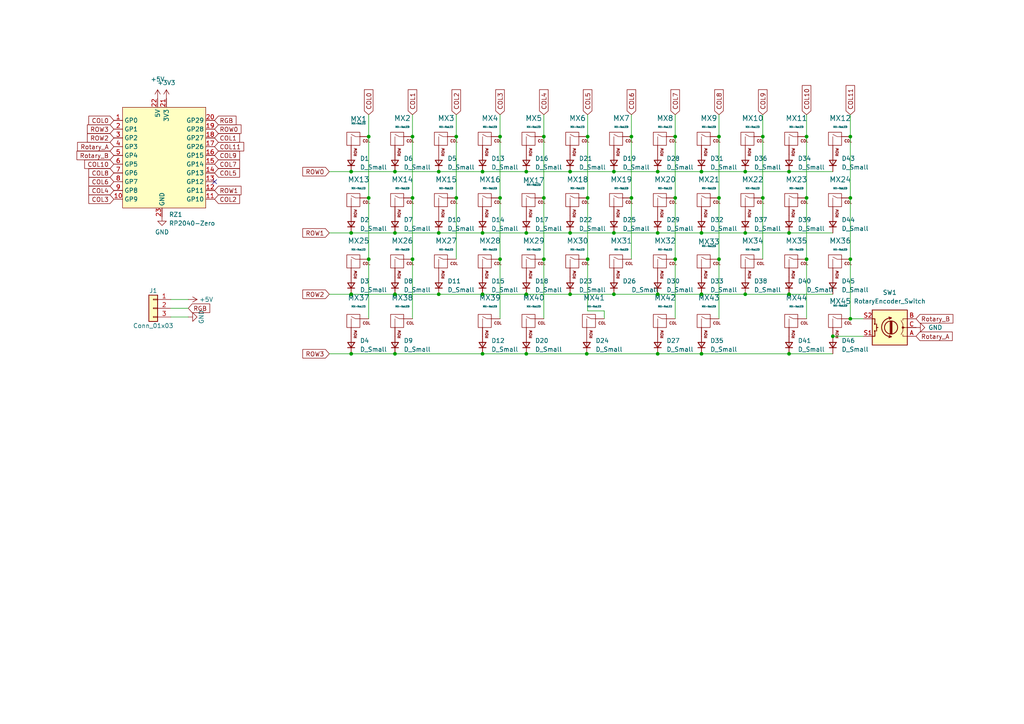
<source format=kicad_sch>
(kicad_sch (version 20211123) (generator eeschema)
  (paper "A4")
  (lib_symbols
    (symbol "Device:D_Small" (pin_numbers hide) (pin_names (offset 0.254) hide)
      (property "Reference" "D" (at -1.27 2.032 0))
      (property "Value" "D_Small" (at -3.81 -2.032 0))
      (symbol "D_Small_0_1"
        (polyline (pts (xy -0.762 -1.016) (xy -0.762 1.016)) (stroke (width 0.254)))
        (polyline (pts (xy -0.762 0) (xy 0.762 0)))
        (polyline (pts (xy 0.762 -1.016) (xy -0.762 0) (xy 0.762 1.016) (xy 0.762 -1.016)) (stroke (width 0.254)))
      )
      (symbol "D_Small_1_1"
        (pin passive line (at -2.54 0 0) (length 1.778) (name "K") (number "1"))
        (pin passive line (at 2.54 0 180) (length 1.778) (name "A") (number "2"))
      )
    )
    (symbol "Device:RotaryEncoder_Switch" (pin_names (offset 0.254) hide)
      (property "Reference" "SW" (at 0 6.604 0))
      (property "Value" "RotaryEncoder_Switch" (at 0 -6.604 0))
      (symbol "RotaryEncoder_Switch_0_1"
        (rectangle (start -5.08 5.08) (end 5.08 -5.08) (stroke (width 0.254)) (fill (type background)))
        (circle (center -3.81 0) (radius 0.254) (fill (type outline)))
        (arc (start -0.381 -2.794) (mid 2.3622 -0.0508) (end -0.381 2.667) (stroke (width 0.254)))
        (circle (center -0.381 0) (radius 1.905) (stroke (width 0.254)))
        (polyline (pts (xy -0.635 -1.778) (xy -0.635 1.778)) (stroke (width 0.254)))
        (polyline (pts (xy -0.381 -1.778) (xy -0.381 1.778)) (stroke (width 0.254)))
        (polyline (pts (xy -0.127 1.778) (xy -0.127 -1.778)) (stroke (width 0.254)))
        (polyline (pts (xy 3.81 0) (xy 3.429 0)) (stroke (width 0.254)))
        (polyline (pts (xy 3.81 1.016) (xy 3.81 -1.016)) (stroke (width 0.254)))
        (polyline (pts (xy -5.08 -2.54) (xy -3.81 -2.54) (xy -3.81 -2.032)))
        (polyline (pts (xy -5.08 2.54) (xy -3.81 2.54) (xy -3.81 2.032)))
        (polyline (pts (xy 0.254 -3.048) (xy -0.508 -2.794) (xy 0.127 -2.413)) (stroke (width 0.254)))
        (polyline (pts (xy 0.254 2.921) (xy -0.508 2.667) (xy 0.127 2.286)) (stroke (width 0.254)))
        (polyline (pts (xy 5.08 -2.54) (xy 4.318 -2.54) (xy 4.318 -1.016)) (stroke (width 0.254)))
        (polyline (pts (xy 5.08 2.54) (xy 4.318 2.54) (xy 4.318 1.016)) (stroke (width 0.254)))
        (polyline (pts (xy -5.08 0) (xy -3.81 0) (xy -3.81 -1.016) (xy -3.302 -2.032)))
        (polyline (pts (xy -4.318 0) (xy -3.81 0) (xy -3.81 1.016) (xy -3.302 2.032)))
        (circle (center 4.318 -1.016) (radius 0.127) (stroke (width 0.254)))
        (circle (center 4.318 1.016) (radius 0.127) (stroke (width 0.254)))
      )
      (symbol "RotaryEncoder_Switch_1_1"
        (pin passive line (at -7.62 2.54 0) (length 2.54) (name "A") (number "A"))
        (pin passive line (at -7.62 -2.54 0) (length 2.54) (name "B") (number "B"))
        (pin passive line (at -7.62 0 0) (length 2.54) (name "C") (number "C"))
        (pin passive line (at 7.62 2.54 180) (length 2.54) (name "S1") (number "S1"))
        (pin passive line (at 7.62 -2.54 180) (length 2.54) (name "S2") (number "S2"))
      )
    )
    (symbol "MX_Alps_Hybrid:MX-NoLED" (pin_names (offset 1.016))
      (property "Reference" "MX" (at -0.635 3.81 0))
      (property "Value" "MX-NoLED" (at -0.635 1.27 0))
      (symbol "MX-NoLED_0_0"
        (rectangle (start -2.54 2.54) (end 1.27 -1.27))
        (polyline (pts (xy -1.27 -1.27) (xy -1.27 1.27)) (stroke (width 0.127)))
        (polyline (pts (xy 1.27 1.27) (xy 0 1.27) (xy -1.27 1.905)) (stroke (width 0.127)))
        (text "COL" (at 3.175 0 0) (effects (font (size 0.762 0.762))))
        (text "ROW" (at 0 -1.905 900) (effects (font (size 0.762 0.762)) (justify right)))
      )
      (symbol "MX-NoLED_1_1"
        (pin passive line (at 3.81 1.27 180) (length 2.54) (name "COL") (number "1"))
        (pin passive line (at -1.27 -3.81 90) (length 2.54) (name "ROW") (number "2"))
      )
    )
    (symbol "alpha_pro_micro-rescue:Conn_01x03" (pin_names (offset 1.016) hide)
      (property "Reference" "J" (at 0 5.08 0))
      (property "Value" "Conn_01x03" (at 0 -5.08 0))
      (symbol "Conn_01x03_1_1"
        (rectangle (start -1.27 -2.413) (end 0 -2.667) (stroke (width 0.1524)))
        (rectangle (start -1.27 0.127) (end 0 -0.127) (stroke (width 0.1524)))
        (rectangle (start -1.27 2.667) (end 0 2.413) (stroke (width 0.1524)))
        (rectangle (start -1.27 3.81) (end 1.27 -3.81) (stroke (width 0.254)) (fill (type background)))
        (pin passive line (at -5.08 2.54 0) (length 3.81) (name "Pin_1") (number "1"))
        (pin passive line (at -5.08 0 0) (length 3.81) (name "Pin_2") (number "2"))
        (pin passive line (at -5.08 -2.54 0) (length 3.81) (name "Pin_3") (number "3"))
      )
    )
    (symbol "power:+3V3" (power) (pin_names (offset 0))
      (property "Value" "+3V3" (at 0 3.556 0))
      (symbol "+3V3_0_1"
        (polyline (pts (xy -0.762 1.27) (xy 0 2.54)))
        (polyline (pts (xy 0 0) (xy 0 2.54)))
        (polyline (pts (xy 0 2.54) (xy 0.762 1.27)))
      )
      (symbol "+3V3_1_1"
        (pin power_in line (at 0 0 90) (length 0) hide (name "+3V3") (number "1"))
      )
    )
    (symbol "power:+5V" (power) (pin_names (offset 0))
      (property "Value" "+5V" (at 0 3.556 0))
      (symbol "+5V_0_1"
        (polyline (pts (xy -0.762 1.27) (xy 0 2.54)))
        (polyline (pts (xy 0 0) (xy 0 2.54)))
        (polyline (pts (xy 0 2.54) (xy 0.762 1.27)))
      )
      (symbol "+5V_1_1"
        (pin power_in line (at 0 0 90) (length 0) hide (name "+5V") (number "1"))
      )
    )
    (symbol "power:GND" (power) (pin_names (offset 0))
      (property "Value" "GND" (at 0 -3.81 0))
      (symbol "GND_0_1"
        (polyline (pts (xy 0 0) (xy 0 -1.27) (xy 1.27 -1.27) (xy 0 -2.54) (xy -1.27 -1.27) (xy 0 -1.27)))
      )
      (symbol "GND_1_1"
        (pin power_in line (at 0 0 270) (length 0) hide (name "GND") (number "1"))
      )
    )
    (symbol "rp2040-zero:RP2040-Zero"
      (property "Reference" "RZ" (at 0 0 0))
      (property "Value" "RP2040-Zero" (at 0 -2.54 0))
      (symbol "RP2040-Zero_0_1"
        (rectangle (start -11.43 -15.24) (end 12.7 13.97) (fill (type background)))
      )
      (symbol "RP2040-Zero_1_1"
        (pin bidirectional line (at -13.97 10.16 0) (length 2.54) (name "GP0") (number "1"))
        (pin bidirectional line (at -13.97 -12.7 0) (length 2.54) (name "GP9") (number "10"))
        (pin bidirectional line (at 15.24 -12.7 180) (length 2.54) (name "GP10") (number "11"))
        (pin bidirectional line (at 15.24 -10.16 180) (length 2.54) (name "GP11") (number "12"))
        (pin bidirectional line (at 15.24 -7.62 180) (length 2.54) (name "GP12") (number "13"))
        (pin bidirectional line (at 15.24 -5.08 180) (length 2.54) (name "GP13") (number "14"))
        (pin bidirectional line (at 15.24 -2.54 180) (length 2.54) (name "GP14") (number "15"))
        (pin bidirectional line (at 15.24 0 180) (length 2.54) (name "GP15") (number "16"))
        (pin bidirectional line (at 15.24 2.54 180) (length 2.54) (name "GP26") (number "17"))
        (pin bidirectional line (at 15.24 5.08 180) (length 2.54) (name "GP27") (number "18"))
        (pin bidirectional line (at 15.24 7.62 180) (length 2.54) (name "GP28") (number "19"))
        (pin bidirectional line (at -13.97 7.62 0) (length 2.54) (name "GP1") (number "2"))
        (pin bidirectional line (at 15.24 10.16 180) (length 2.54) (name "GP29") (number "20"))
        (pin power_in line (at 1.27 16.51 270) (length 2.54) (name "3V3") (number "21"))
        (pin power_in line (at -1.27 16.51 270) (length 2.54) (name "5V") (number "22"))
        (pin power_in line (at 0 -17.78 90) (length 2.54) (name "GND") (number "23"))
        (pin bidirectional line (at -13.97 5.08 0) (length 2.54) (name "GP2") (number "3"))
        (pin bidirectional line (at -13.97 2.54 0) (length 2.54) (name "GP3") (number "4"))
        (pin bidirectional line (at -13.97 0 0) (length 2.54) (name "GP4") (number "5"))
        (pin bidirectional line (at -13.97 -2.54 0) (length 2.54) (name "GP5") (number "6"))
        (pin bidirectional line (at -13.97 -5.08 0) (length 2.54) (name "GP6") (number "7"))
        (pin bidirectional line (at -13.97 -7.62 0) (length 2.54) (name "GP7") (number "8"))
        (pin bidirectional line (at -13.97 -10.16 0) (length 2.54) (name "GP8") (number "9"))
      )
    )
  )
  (junction (at 190.754 85.344))
  (junction (at 195.834 75.184))
  (junction (at 165.354 85.344))
  (junction (at 228.854 102.616))
  (junction (at 139.954 67.564))
  (junction (at 246.634 92.456))
  (junction (at 241.554 97.536))
  (junction (at 178.054 67.564))
  (junction (at 208.534 57.404))
  (junction (at 152.654 102.616))
  (junction (at 170.18 102.616))
  (junction (at 101.854 67.564))
  (junction (at 216.154 85.344))
  (junction (at 157.734 57.404))
  (junction (at 170.434 57.404))
  (junction (at 195.834 57.404))
  (junction (at 132.334 39.624))
  (junction (at 139.954 49.784))
  (junction (at 228.854 85.344))
  (junction (at 165.354 49.784))
  (junction (at 119.634 57.404))
  (junction (at 190.754 102.616))
  (junction (at 152.654 85.344))
  (junction (at 101.854 85.344))
  (junction (at 246.634 75.184))
  (junction (at 101.854 49.784))
  (junction (at 233.934 39.624))
  (junction (at 119.634 75.184))
  (junction (at 208.534 39.624))
  (junction (at 145.034 75.184))
  (junction (at 165.354 67.564))
  (junction (at 208.534 75.184))
  (junction (at 101.854 102.616))
  (junction (at 203.454 102.616))
  (junction (at 203.454 85.344))
  (junction (at 114.554 49.784))
  (junction (at 195.834 39.624))
  (junction (at 216.154 49.784))
  (junction (at 145.034 39.624))
  (junction (at 139.954 102.616))
  (junction (at 114.554 67.564))
  (junction (at 178.054 49.784))
  (junction (at 178.054 85.344))
  (junction (at 246.634 57.404))
  (junction (at 127.254 85.344))
  (junction (at 132.334 57.404))
  (junction (at 114.554 102.616))
  (junction (at 170.434 39.624))
  (junction (at 233.934 57.404))
  (junction (at 114.554 85.344))
  (junction (at 221.234 57.404))
  (junction (at 221.234 39.624))
  (junction (at 170.434 75.184))
  (junction (at 228.854 49.784))
  (junction (at 228.854 67.564))
  (junction (at 127.254 49.784))
  (junction (at 152.654 67.564))
  (junction (at 246.634 39.624))
  (junction (at 157.734 39.624))
  (junction (at 145.034 57.404))
  (junction (at 183.134 39.624))
  (junction (at 203.454 49.784))
  (junction (at 106.934 57.404))
  (junction (at 106.934 75.184))
  (junction (at 216.154 67.564))
  (junction (at 190.754 49.784))
  (junction (at 119.634 39.624))
  (junction (at 203.454 67.564))
  (junction (at 152.654 49.784))
  (junction (at 157.734 75.184))
  (junction (at 106.934 39.624))
  (junction (at 233.934 75.184))
  (junction (at 139.954 85.344))
  (junction (at 127.254 67.564))
  (junction (at 183.134 57.404))
  (junction (at 190.754 67.564))
  (no_connect (at 62.23 52.705))
  (wire (pts (xy 95.504 49.784) (xy 101.854 49.784)))
  (wire (pts (xy 228.854 102.616) (xy 241.554 102.616)))
  (wire (pts (xy 106.934 33.274) (xy 106.934 39.624)))
  (wire (pts (xy 183.134 39.624) (xy 183.134 57.404)))
  (wire (pts (xy 221.234 57.404) (xy 221.234 75.184)))
  (wire (pts (xy 203.454 67.564) (xy 216.154 67.564)))
  (wire (pts (xy 170.434 33.274) (xy 170.434 39.624)))
  (wire (pts (xy 106.934 39.624) (xy 106.934 57.404)))
  (wire (pts (xy 203.454 102.616) (xy 228.854 102.616)))
  (wire (pts (xy 190.754 67.564) (xy 203.454 67.564)))
  (wire (pts (xy 157.734 57.404) (xy 157.734 75.184)))
  (wire (pts (xy 139.954 85.344) (xy 152.654 85.344)))
  (wire (pts (xy 216.154 49.784) (xy 228.854 49.784)))
  (wire (pts (xy 139.954 49.784) (xy 152.654 49.784)))
  (wire (pts (xy 246.634 75.184) (xy 246.634 92.456)))
  (wire (pts (xy 152.654 67.564) (xy 165.354 67.564)))
  (wire (pts (xy 246.634 33.274) (xy 246.634 39.624)))
  (wire (pts (xy 246.634 39.624) (xy 246.634 57.404)))
  (wire (pts (xy 175.26 90.17) (xy 175.26 92.456)))
  (wire (pts (xy 183.134 57.404) (xy 183.134 75.184)))
  (wire (pts (xy 54.61 91.948) (xy 49.53 91.948)))
  (wire (pts (xy 119.634 57.404) (xy 119.634 75.184)))
  (wire (pts (xy 178.054 85.344) (xy 190.754 85.344)))
  (wire (pts (xy 233.934 33.274) (xy 233.934 39.624)))
  (wire (pts (xy 208.534 33.274) (xy 208.534 39.624)))
  (wire (pts (xy 95.504 102.616) (xy 101.854 102.616)))
  (wire (pts (xy 132.334 33.274) (xy 132.334 39.624)))
  (wire (pts (xy 145.034 39.624) (xy 145.034 57.404)))
  (wire (pts (xy 221.234 33.274) (xy 221.234 39.624)))
  (wire (pts (xy 170.18 102.616) (xy 190.754 102.616)))
  (wire (pts (xy 95.504 67.564) (xy 101.854 67.564)))
  (wire (pts (xy 208.534 57.404) (xy 208.534 75.184)))
  (wire (pts (xy 106.934 57.404) (xy 106.934 75.184)))
  (wire (pts (xy 145.034 92.456) (xy 145.034 75.184)))
  (wire (pts (xy 165.354 67.564) (xy 178.054 67.564)))
  (wire (pts (xy 178.054 67.564) (xy 190.754 67.564)))
  (wire (pts (xy 170.434 90.17) (xy 175.26 90.17)))
  (wire (pts (xy 114.554 49.784) (xy 127.254 49.784)))
  (wire (pts (xy 127.254 67.564) (xy 139.954 67.564)))
  (wire (pts (xy 233.934 39.624) (xy 233.934 57.404)))
  (wire (pts (xy 216.154 85.344) (xy 228.854 85.344)))
  (wire (pts (xy 190.754 102.616) (xy 203.454 102.616)))
  (wire (pts (xy 203.454 49.784) (xy 216.154 49.784)))
  (wire (pts (xy 152.654 85.344) (xy 165.354 85.344)))
  (wire (pts (xy 195.834 75.184) (xy 195.834 92.456)))
  (wire (pts (xy 95.504 85.344) (xy 101.854 85.344)))
  (wire (pts (xy 250.444 92.456) (xy 246.634 92.456)))
  (wire (pts (xy 54.61 86.868) (xy 49.53 86.868)))
  (wire (pts (xy 127.254 49.784) (xy 139.954 49.784)))
  (wire (pts (xy 119.634 39.624) (xy 119.634 57.404)))
  (wire (pts (xy 152.654 102.616) (xy 170.18 102.616)))
  (wire (pts (xy 54.61 89.408) (xy 49.53 89.408)))
  (wire (pts (xy 165.354 85.344) (xy 178.054 85.344)))
  (wire (pts (xy 101.854 49.784) (xy 114.554 49.784)))
  (wire (pts (xy 114.554 102.616) (xy 139.954 102.616)))
  (wire (pts (xy 132.334 57.404) (xy 132.334 75.184)))
  (wire (pts (xy 152.654 49.784) (xy 165.354 49.784)))
  (wire (pts (xy 139.954 67.564) (xy 152.654 67.564)))
  (wire (pts (xy 119.634 75.184) (xy 119.634 92.456)))
  (wire (pts (xy 165.354 49.784) (xy 178.054 49.784)))
  (wire (pts (xy 183.134 33.274) (xy 183.134 39.624)))
  (wire (pts (xy 101.854 67.564) (xy 114.554 67.564)))
  (wire (pts (xy 139.954 102.616) (xy 152.654 102.616)))
  (wire (pts (xy 228.854 85.344) (xy 241.554 85.344)))
  (wire (pts (xy 157.734 39.624) (xy 157.734 57.404)))
  (wire (pts (xy 195.834 33.274) (xy 195.834 39.624)))
  (wire (pts (xy 208.534 92.456) (xy 208.534 75.184)))
  (wire (pts (xy 157.734 75.184) (xy 157.734 92.456)))
  (wire (pts (xy 106.934 75.184) (xy 106.934 92.456)))
  (wire (pts (xy 228.854 49.784) (xy 241.554 49.784)))
  (wire (pts (xy 145.034 57.404) (xy 145.034 75.184)))
  (wire (pts (xy 216.154 67.564) (xy 228.854 67.564)))
  (wire (pts (xy 145.034 33.274) (xy 145.034 39.624)))
  (wire (pts (xy 233.934 57.404) (xy 233.934 75.184)))
  (wire (pts (xy 246.634 57.404) (xy 246.634 75.184)))
  (wire (pts (xy 114.554 67.564) (xy 127.254 67.564)))
  (wire (pts (xy 170.434 75.184) (xy 170.434 90.17)))
  (wire (pts (xy 195.834 39.624) (xy 195.834 57.404)))
  (wire (pts (xy 101.854 85.344) (xy 114.554 85.344)))
  (wire (pts (xy 127.254 85.344) (xy 139.954 85.344)))
  (wire (pts (xy 241.554 97.536) (xy 250.444 97.536)))
  (wire (pts (xy 114.554 85.344) (xy 127.254 85.344)))
  (wire (pts (xy 195.834 57.404) (xy 195.834 75.184)))
  (wire (pts (xy 157.734 33.274) (xy 157.734 39.624)))
  (wire (pts (xy 190.754 85.344) (xy 203.454 85.344)))
  (wire (pts (xy 101.854 102.616) (xy 114.554 102.616)))
  (wire (pts (xy 228.854 67.564) (xy 241.554 67.564)))
  (wire (pts (xy 221.234 39.624) (xy 221.234 57.404)))
  (wire (pts (xy 170.434 57.404) (xy 170.434 75.184)))
  (wire (pts (xy 170.434 39.624) (xy 170.434 57.404)))
  (wire (pts (xy 178.054 49.784) (xy 190.754 49.784)))
  (wire (pts (xy 203.454 85.344) (xy 216.154 85.344)))
  (wire (pts (xy 132.334 39.624) (xy 132.334 57.404)))
  (wire (pts (xy 190.754 49.784) (xy 203.454 49.784)))
  (wire (pts (xy 119.634 33.274) (xy 119.634 39.624)))
  (wire (pts (xy 233.934 92.456) (xy 233.934 75.184)))
  (wire (pts (xy 208.534 39.624) (xy 208.534 57.404)))
  (global_label "Rotary_B" (shape input) (at 33.02 45.085 180) (property "Intersheet References" "${INTERSHEET_REFS}" (effects hide)))
  (global_label "Rotary_B" (shape input) (at 265.684 92.456 0) (property "Intersheet References" "${INTERSHEET_REFS}" (effects hide)))
  (global_label "COL2" (shape input) (at 62.23 57.785 0) (property "Intersheet References" "${INTERSHEET_REFS}" (effects hide)))
  (global_label "COL0" (shape input) (at 33.02 34.925 180) (property "Intersheet References" "${INTERSHEET_REFS}" (effects hide)))
  (global_label "COL10" (shape input) (at 233.934 33.274 90) (property "Intersheet References" "${INTERSHEET_REFS}" (effects hide)))
  (global_label "RGB" (shape input) (at 54.61 89.408 0) (property "Intersheet References" "${INTERSHEET_REFS}" (effects hide)))
  (global_label "COL3" (shape input) (at 145.034 33.274 90) (property "Intersheet References" "${INTERSHEET_REFS}" (effects hide)))
  (global_label "ROW0" (shape input) (at 62.23 37.465 0) (property "Intersheet References" "${INTERSHEET_REFS}" (effects hide)))
  (global_label "COL7" (shape input) (at 62.23 47.625 0) (property "Intersheet References" "${INTERSHEET_REFS}" (effects hide)))
  (global_label "COL4" (shape input) (at 33.02 55.245 180) (property "Intersheet References" "${INTERSHEET_REFS}" (effects hide)))
  (global_label "ROW1" (shape input) (at 95.504 67.564 180) (property "Intersheet References" "${INTERSHEET_REFS}" (effects hide)))
  (global_label "COL9" (shape input) (at 221.234 33.274 90) (property "Intersheet References" "${INTERSHEET_REFS}" (effects hide)))
  (global_label "COL1" (shape input) (at 119.634 33.274 90) (property "Intersheet References" "${INTERSHEET_REFS}" (effects hide)))
  (global_label "ROW1" (shape input) (at 62.23 55.245 0) (property "Intersheet References" "${INTERSHEET_REFS}" (effects hide)))
  (global_label "COL5" (shape input) (at 170.434 33.274 90) (property "Intersheet References" "${INTERSHEET_REFS}" (effects hide)))
  (global_label "COL6" (shape input) (at 33.02 52.705 180) (property "Intersheet References" "${INTERSHEET_REFS}" (effects hide)))
  (global_label "COL5" (shape input) (at 62.23 50.165 0) (property "Intersheet References" "${INTERSHEET_REFS}" (effects hide)))
  (global_label "Rotary_A" (shape input) (at 265.684 97.536 0) (property "Intersheet References" "${INTERSHEET_REFS}" (effects hide)))
  (global_label "COL3" (shape input) (at 33.02 57.785 180) (property "Intersheet References" "${INTERSHEET_REFS}" (effects hide)))
  (global_label "COL8" (shape input) (at 33.02 50.165 180) (property "Intersheet References" "${INTERSHEET_REFS}" (effects hide)))
  (global_label "ROW3" (shape input) (at 33.02 37.465 180) (property "Intersheet References" "${INTERSHEET_REFS}" (effects hide)))
  (global_label "ROW0" (shape input) (at 95.504 49.784 180) (property "Intersheet References" "${INTERSHEET_REFS}" (effects hide)))
  (global_label "ROW3" (shape input) (at 95.504 102.616 180) (property "Intersheet References" "${INTERSHEET_REFS}" (effects hide)))
  (global_label "ROW2" (shape input) (at 95.504 85.344 180) (property "Intersheet References" "${INTERSHEET_REFS}" (effects hide)))
  (global_label "COL1" (shape input) (at 62.23 40.005 0) (property "Intersheet References" "${INTERSHEET_REFS}" (effects hide)))
  (global_label "COL11" (shape input) (at 246.634 33.274 90) (property "Intersheet References" "${INTERSHEET_REFS}" (effects hide)))
  (global_label "COL0" (shape input) (at 106.934 33.274 90) (property "Intersheet References" "${INTERSHEET_REFS}" (effects hide)))
  (global_label "RGB" (shape input) (at 62.23 34.925 0) (property "Intersheet References" "${INTERSHEET_REFS}" (effects hide)))
  (global_label "COL4" (shape input) (at 157.734 33.274 90) (property "Intersheet References" "${INTERSHEET_REFS}" (effects hide)))
  (global_label "COL2" (shape input) (at 132.334 33.274 90) (property "Intersheet References" "${INTERSHEET_REFS}" (effects hide)))
  (global_label "COL6" (shape input) (at 183.134 33.274 90) (property "Intersheet References" "${INTERSHEET_REFS}" (effects hide)))
  (global_label "ROW2" (shape input) (at 33.02 40.005 180) (property "Intersheet References" "${INTERSHEET_REFS}" (effects hide)))
  (global_label "COL9" (shape input) (at 62.23 45.085 0) (property "Intersheet References" "${INTERSHEET_REFS}" (effects hide)))
  (global_label "Rotary_A" (shape input) (at 33.02 42.545 180) (property "Intersheet References" "${INTERSHEET_REFS}" (effects hide)))
  (global_label "COL10" (shape input) (at 33.02 47.625 180) (property "Intersheet References" "${INTERSHEET_REFS}" (effects hide)))
  (global_label "COL7" (shape input) (at 195.834 33.274 90) (property "Intersheet References" "${INTERSHEET_REFS}" (effects hide)))
  (global_label "COL11" (shape input) (at 62.23 42.545 0) (property "Intersheet References" "${INTERSHEET_REFS}" (effects hide)))
  (global_label "COL8" (shape input) (at 208.534 33.274 90) (property "Intersheet References" "${INTERSHEET_REFS}" (effects hide)))
  (symbol (lib_id "Device:D_Small") (at 241.554 82.804 90) (unit 1)
    (property "Reference" "D45" (at 244.094 81.5339 90) (effects (justify right)))
    (property "Value" "D_Small" (at 244.094 84.0739 90) (effects (justify right)))
    (property "Footprint" "Keebio-Parts:Diode-Hybrid-Back" (effects hide))
  )
  (symbol (lib_id "MX_Alps_Hybrid:MX-NoLED") (at 230.124 93.726 0) (unit 1)
    (property "Reference" "MX44" (at 231.0096 86.36 0) (effects (font (size 1.524 1.524))))
    (property "Value" "MX-NoLED" (at 231.0096 88.9 0) (effects (font (size 0.508 0.508))))
    (property "Footprint" "MX_Only:MXOnly-1U-NoLED" (effects hide))
  )
  (symbol (lib_id "Device:D_Small") (at 228.854 65.024 90) (unit 1)
    (property "Reference" "D39" (at 231.394 63.7539 90) (effects (justify right)))
    (property "Value" "D_Small" (at 231.394 66.2939 90) (effects (justify right)))
    (property "Footprint" "Keebio-Parts:Diode-Hybrid-Back" (effects hide))
  )
  (symbol (lib_id "MX_Alps_Hybrid:MX-NoLED") (at 166.624 40.894 0) (unit 1)
    (property "Reference" "MX6" (at 167.5096 34.29 0) (effects (font (size 1.524 1.524))))
    (property "Value" "MX-NoLED" (at 167.5096 36.83 0) (effects (font (size 0.508 0.508))))
    (property "Footprint" "MX_Only:MXOnly-1U-NoLED" (effects hide))
  )
  (symbol (lib_id "MX_Alps_Hybrid:MX-NoLED") (at 171.45 93.726 0) (unit 1)
    (property "Reference" "MX41" (at 172.3356 86.36 0) (effects (font (size 1.524 1.524))))
    (property "Value" "MX-NoLED" (at 172.3356 88.9 0) (effects (font (size 0.508 0.508))))
    (property "Footprint" "MX_Only:MXOnly-7U-ReversedStabilizers-NoLED" (effects hide))
  )
  (symbol (lib_id "Device:D_Small") (at 114.554 82.804 90) (unit 1)
    (property "Reference" "D8" (at 117.094 81.5339 90) (effects (justify right)))
    (property "Value" "D_Small" (at 117.094 84.0739 90) (effects (justify right)))
    (property "Footprint" "Keebio-Parts:Diode-Hybrid-Back" (effects hide))
  )
  (symbol (lib_id "Device:D_Small") (at 203.454 47.244 90) (unit 1)
    (property "Reference" "D31" (at 205.994 45.9739 90) (effects (justify right)))
    (property "Value" "D_Small" (at 205.994 48.5139 90) (effects (justify right)))
    (property "Footprint" "Keebio-Parts:Diode-Hybrid-Back" (effects hide))
  )
  (symbol (lib_id "MX_Alps_Hybrid:MX-NoLED") (at 115.824 40.894 0) (unit 1)
    (property "Reference" "MX2" (at 116.7096 34.29 0) (effects (font (size 1.524 1.524))))
    (property "Value" "MX-NoLED" (at 116.7096 36.83 0) (effects (font (size 0.508 0.508))))
    (property "Footprint" "MX_Only:MXOnly-1U-NoLED" (effects hide))
  )
  (symbol (lib_id "MX_Alps_Hybrid:MX-NoLED") (at 115.824 76.454 0) (unit 1)
    (property "Reference" "MX26" (at 116.7096 69.85 0) (effects (font (size 1.524 1.524))))
    (property "Value" "MX-NoLED" (at 116.7096 72.39 0) (effects (font (size 0.508 0.508))))
    (property "Footprint" "MX_Only:MXOnly-1U-NoLED" (effects hide))
  )
  (symbol (lib_id "Device:D_Small") (at 170.18 100.076 90) (unit 1)
    (property "Reference" "D24" (at 172.72 98.8059 90) (effects (justify right)))
    (property "Value" "D_Small" (at 172.72 101.3459 90) (effects (justify right)))
    (property "Footprint" "Keebio-Parts:Diode-Hybrid-Back" (effects hide))
  )
  (symbol (lib_id "MX_Alps_Hybrid:MX-NoLED") (at 141.224 40.894 0) (unit 1)
    (property "Reference" "MX4" (at 142.1096 34.29 0) (effects (font (size 1.524 1.524))))
    (property "Value" "MX-NoLED" (at 142.1096 36.83 0) (effects (font (size 0.508 0.508))))
    (property "Footprint" "MX_Only:MXOnly-1U-NoLED" (effects hide))
  )
  (symbol (lib_id "Device:D_Small") (at 190.754 100.076 90) (unit 1)
    (property "Reference" "D27" (at 193.294 98.8059 90) (effects (justify right)))
    (property "Value" "D_Small" (at 193.294 101.3459 90) (effects (justify right)))
    (property "Footprint" "Keebio-Parts:Diode-Hybrid-Back" (effects hide))
  )
  (symbol (lib_id "MX_Alps_Hybrid:MX-NoLED") (at 192.024 76.454 0) (unit 1)
    (property "Reference" "MX32" (at 192.9096 69.85 0) (effects (font (size 1.524 1.524))))
    (property "Value" "MX-NoLED" (at 192.9096 72.39 0) (effects (font (size 0.508 0.508))))
    (property "Footprint" "MX_Only:MXOnly-1U-NoLED" (effects hide))
  )
  (symbol (lib_id "MX_Alps_Hybrid:MX-NoLED") (at 115.824 58.674 0) (unit 1)
    (property "Reference" "MX14" (at 116.7096 52.07 0) (effects (font (size 1.524 1.524))))
    (property "Value" "MX-NoLED" (at 116.7096 54.61 0) (effects (font (size 0.508 0.508))))
    (property "Footprint" "MX_Only:MXOnly-1U-NoLED" (effects hide))
  )
  (symbol (lib_id "MX_Alps_Hybrid:MX-NoLED") (at 103.124 93.726 0) (unit 1)
    (property "Reference" "MX37" (at 104.0096 86.36 0) (effects (font (size 1.524 1.524))))
    (property "Value" "MX-NoLED" (at 104.0096 88.9 0) (effects (font (size 0.508 0.508))))
    (property "Footprint" "MX_Only:MXOnly-1.25U-NoLED" (effects hide))
  )
  (symbol (lib_id "Device:D_Small") (at 203.454 100.076 90) (unit 1)
    (property "Reference" "D35" (at 205.994 98.8059 90) (effects (justify right)))
    (property "Value" "D_Small" (at 205.994 101.3459 90) (effects (justify right)))
    (property "Footprint" "Keebio-Parts:Diode-Hybrid-Back" (effects hide))
  )
  (symbol (lib_id "Device:D_Small") (at 228.854 100.076 90) (unit 1)
    (property "Reference" "D41" (at 231.394 98.8059 90) (effects (justify right)))
    (property "Value" "D_Small" (at 231.394 101.3459 90) (effects (justify right)))
    (property "Footprint" "Keebio-Parts:Diode-Hybrid-Back" (effects hide))
  )
  (symbol (lib_id "Device:D_Small") (at 127.254 82.804 90) (unit 1)
    (property "Reference" "D11" (at 129.794 81.5339 90) (effects (justify right)))
    (property "Value" "D_Small" (at 129.794 84.0739 90) (effects (justify right)))
    (property "Footprint" "Keebio-Parts:Diode-Hybrid-Back" (effects hide))
  )
  (symbol (lib_id "MX_Alps_Hybrid:MX-NoLED") (at 179.324 40.894 0) (unit 1)
    (property "Reference" "MX7" (at 180.2096 34.29 0) (effects (font (size 1.524 1.524))))
    (property "Value" "MX-NoLED" (at 180.2096 36.83 0) (effects (font (size 0.508 0.508))))
    (property "Footprint" "MX_Only:MXOnly-1U-NoLED" (effects hide))
  )
  (symbol (lib_id "MX_Alps_Hybrid:MX-NoLED") (at 217.424 58.674 0) (unit 1)
    (property "Reference" "MX22" (at 218.3096 52.07 0) (effects (font (size 1.524 1.524))))
    (property "Value" "MX-NoLED" (at 218.3096 54.61 0) (effects (font (size 0.508 0.508))))
    (property "Footprint" "MX_Only:MXOnly-1U-NoLED" (effects hide))
  )
  (symbol (lib_id "Device:D_Small") (at 101.854 47.244 90) (unit 1)
    (property "Reference" "D1" (at 104.394 45.9739 90) (effects (justify right)))
    (property "Value" "D_Small" (at 104.394 48.5139 90) (effects (justify right)))
    (property "Footprint" "Keebio-Parts:Diode-Hybrid-Back" (effects hide))
  )
  (symbol (lib_id "Device:D_Small") (at 139.954 65.024 90) (unit 1)
    (property "Reference" "D14" (at 142.494 63.7539 90) (effects (justify right)))
    (property "Value" "D_Small" (at 142.494 66.2939 90) (effects (justify right)))
    (property "Footprint" "Keebio-Parts:Diode-Hybrid-Back" (effects hide))
  )
  (symbol (lib_id "Device:D_Small") (at 139.954 47.244 90) (unit 1)
    (property "Reference" "D13" (at 142.494 45.9739 90) (effects (justify right)))
    (property "Value" "D_Small" (at 142.494 48.5139 90) (effects (justify right)))
    (property "Footprint" "Keebio-Parts:Diode-Hybrid-Back" (effects hide))
  )
  (symbol (lib_id "MX_Alps_Hybrid:MX-NoLED") (at 230.124 58.674 0) (unit 1)
    (property "Reference" "MX23" (at 231.0096 52.07 0) (effects (font (size 1.524 1.524))))
    (property "Value" "MX-NoLED" (at 231.0096 54.61 0) (effects (font (size 0.508 0.508))))
    (property "Footprint" "MX_Only:MXOnly-1U-NoLED" (effects hide))
  )
  (symbol (lib_id "Device:D_Small") (at 178.054 47.244 90) (unit 1)
    (property "Reference" "D19" (at 180.594 45.9739 90) (effects (justify right)))
    (property "Value" "D_Small" (at 180.594 48.5139 90) (effects (justify right)))
    (property "Footprint" "Keebio-Parts:Diode-Hybrid-Back" (effects hide))
  )
  (symbol (lib_id "Device:D_Small") (at 241.554 65.024 90) (unit 1)
    (property "Reference" "D44" (at 244.094 63.7539 90) (effects (justify right)))
    (property "Value" "D_Small" (at 244.094 66.2939 90) (effects (justify right)))
    (property "Footprint" "Keebio-Parts:Diode-Hybrid-Back" (effects hide))
  )
  (symbol (lib_id "MX_Alps_Hybrid:MX-NoLED") (at 166.624 76.454 0) (unit 1)
    (property "Reference" "MX30" (at 167.5096 69.85 0) (effects (font (size 1.524 1.524))))
    (property "Value" "MX-NoLED" (at 167.5096 72.39 0) (effects (font (size 0.508 0.508))))
    (property "Footprint" "MX_Only:MXOnly-1U-NoLED" (effects hide))
  )
  (symbol (lib_id "Device:D_Small") (at 228.854 82.804 90) (unit 1)
    (property "Reference" "D40" (at 231.394 81.5339 90) (effects (justify right)))
    (property "Value" "D_Small" (at 233.934 84.0739 90) (effects (justify right)))
    (property "Footprint" "Keebio-Parts:Diode-Hybrid-Back" (effects hide))
  )
  (symbol (lib_id "Device:D_Small") (at 101.854 82.804 90) (unit 1)
    (property "Reference" "D3" (at 104.394 81.5339 90) (effects (justify right)))
    (property "Value" "D_Small" (at 104.394 84.0739 90) (effects (justify right)))
    (property "Footprint" "Keebio-Parts:Diode-Hybrid-Back" (effects hide))
  )
  (symbol (lib_id "MX_Alps_Hybrid:MX-NoLED") (at 204.724 40.894 0) (unit 1)
    (property "Reference" "MX9" (at 205.6096 34.29 0) (effects (font (size 1.524 1.524))))
    (property "Value" "MX-NoLED" (at 205.6096 36.83 0) (effects (font (size 0.508 0.508))))
    (property "Footprint" "MX_Only:MXOnly-1U-NoLED" (effects hide))
  )
  (symbol (lib_id "MX_Alps_Hybrid:MX-NoLED") (at 179.324 58.674 0) (unit 1)
    (property "Reference" "MX19" (at 180.2096 52.07 0) (effects (font (size 1.524 1.524))))
    (property "Value" "MX-NoLED" (at 180.2096 54.61 0) (effects (font (size 0.508 0.508))))
    (property "Footprint" "MX_Only:MXOnly-1U-NoLED" (effects hide))
  )
  (symbol (lib_id "power:GND") (at 54.61 91.948 90) (mirror x) (unit 1)
    (property "Reference" "#PWR0104" (effects hide))
    (property "Value" "GND" (at 58.42 91.948 0))
  )
  (symbol (lib_id "MX_Alps_Hybrid:MX-NoLED") (at 242.824 58.674 0) (unit 1)
    (property "Reference" "MX24" (at 243.7096 52.07 0) (effects (font (size 1.524 1.524))))
    (property "Value" "MX-NoLED" (at 243.7096 54.61 0) (effects (font (size 0.508 0.508))))
    (property "Footprint" "MX_Only:MXOnly-1.25U-NoLED" (effects hide))
  )
  (symbol (lib_id "power:+3V3") (at 48.26 28.575 0) (unit 1)
    (property "Reference" "#PWR0101" (effects hide))
    (property "Value" "+3V3" (at 48.26 24.003 0))
  )
  (symbol (lib_id "Device:D_Small") (at 114.554 65.024 90) (unit 1)
    (property "Reference" "D7" (at 117.094 63.7539 90) (effects (justify right)))
    (property "Value" "D_Small" (at 117.094 66.2939 90) (effects (justify right)))
    (property "Footprint" "Keebio-Parts:Diode-Hybrid-Back" (effects hide))
  )
  (symbol (lib_id "MX_Alps_Hybrid:MX-NoLED") (at 141.224 76.454 0) (unit 1)
    (property "Reference" "MX28" (at 142.1096 69.85 0) (effects (font (size 1.524 1.524))))
    (property "Value" "MX-NoLED" (at 142.1096 72.39 0) (effects (font (size 0.508 0.508))))
    (property "Footprint" "MX_Only:MXOnly-1U-NoLED" (effects hide))
  )
  (symbol (lib_id "Device:D_Small") (at 127.254 65.024 90) (unit 1)
    (property "Reference" "D10" (at 129.794 63.7539 90) (effects (justify right)))
    (property "Value" "D_Small" (at 129.794 66.2939 90) (effects (justify right)))
    (property "Footprint" "Keebio-Parts:Diode-Hybrid-Back" (effects hide))
  )
  (symbol (lib_id "Device:D_Small") (at 165.354 47.244 90) (unit 1)
    (property "Reference" "D21" (at 167.894 45.9739 90) (effects (justify right)))
    (property "Value" "D_Small" (at 167.894 48.5139 90) (effects (justify right)))
    (property "Footprint" "Keebio-Parts:Diode-Hybrid-Back" (effects hide))
  )
  (symbol (lib_id "MX_Alps_Hybrid:MX-NoLED") (at 242.824 76.454 0) (unit 1)
    (property "Reference" "MX36" (at 243.7096 69.85 0) (effects (font (size 1.524 1.524))))
    (property "Value" "MX-NoLED" (at 243.7096 72.39 0) (effects (font (size 0.508 0.508))))
    (property "Footprint" "MX_Only:MXOnly-1U-NoLED" (effects hide))
  )
  (symbol (lib_id "Device:D_Small") (at 216.154 47.244 90) (unit 1)
    (property "Reference" "D36" (at 218.694 45.9739 90) (effects (justify right)))
    (property "Value" "D_Small" (at 218.694 48.5139 90) (effects (justify right)))
    (property "Footprint" "Keebio-Parts:Diode-Hybrid-Back" (effects hide))
  )
  (symbol (lib_id "MX_Alps_Hybrid:MX-NoLED") (at 192.024 58.674 0) (unit 1)
    (property "Reference" "MX20" (at 192.9096 52.07 0) (effects (font (size 1.524 1.524))))
    (property "Value" "MX-NoLED" (at 192.9096 54.61 0) (effects (font (size 0.508 0.508))))
    (property "Footprint" "MX_Only:MXOnly-1U-NoLED" (effects hide))
  )
  (symbol (lib_id "Device:RotaryEncoder_Switch") (at 258.064 94.996 180) (unit 1)
    (property "Reference" "SW1" (at 258.064 84.836 0))
    (property "Value" "RotaryEncoder_Switch" (at 258.064 87.376 0))
    (property "Footprint" "Keebio-Parts:RotaryEncoder_EC11-no-legs" (effects hide))
  )
  (symbol (lib_id "MX_Alps_Hybrid:MX-NoLED") (at 128.524 40.894 0) (unit 1)
    (property "Reference" "MX3" (at 129.4096 34.29 0) (effects (font (size 1.524 1.524))))
    (property "Value" "MX-NoLED" (at 129.4096 36.83 0) (effects (font (size 0.508 0.508))))
    (property "Footprint" "MX_Only:MXOnly-1U-NoLED" (effects hide))
  )
  (symbol (lib_id "MX_Alps_Hybrid:MX-NoLED") (at 103.124 76.454 0) (unit 1)
    (property "Reference" "MX25" (at 104.0096 69.85 0) (effects (font (size 1.524 1.524))))
    (property "Value" "MX-NoLED" (at 104.0096 72.39 0) (effects (font (size 0.508 0.508))))
    (property "Footprint" "MX_Only:MXOnly-1.5U-NoLED" (effects hide))
  )
  (symbol (lib_id "MX_Alps_Hybrid:MX-NoLED") (at 204.724 93.726 0) (unit 1)
    (property "Reference" "MX43" (at 205.6096 86.36 0) (effects (font (size 1.524 1.524))))
    (property "Value" "MX-NoLED" (at 205.6096 88.9 0) (effects (font (size 0.508 0.508))))
    (property "Footprint" "MX_Only:MXOnly-1U-NoLED" (effects hide))
  )
  (symbol (lib_id "Device:D_Small") (at 241.554 100.076 90) (unit 1)
    (property "Reference" "D46" (at 244.094 98.8059 90) (effects (justify right)))
    (property "Value" "D_Small" (at 244.094 101.3459 90) (effects (justify right)))
    (property "Footprint" "Keebio-Parts:Diode-Hybrid-Back" (effects hide))
  )
  (symbol (lib_id "MX_Alps_Hybrid:MX-NoLED") (at 153.924 40.894 0) (unit 1)
    (property "Reference" "MX5" (at 154.8096 34.29 0) (effects (font (size 1.524 1.524))))
    (property "Value" "MX-NoLED" (at 154.8096 36.83 0) (effects (font (size 0.508 0.508))))
    (property "Footprint" "MX_Only:MXOnly-1U-NoLED" (effects hide))
  )
  (symbol (lib_id "MX_Alps_Hybrid:MX-NoLED") (at 141.224 93.726 0) (unit 1)
    (property "Reference" "MX39" (at 142.1096 86.36 0) (effects (font (size 1.524 1.524))))
    (property "Value" "MX-NoLED" (at 142.1096 88.9 0) (effects (font (size 0.508 0.508))))
    (property "Footprint" "MX_Only:MXOnly-1U-NoLED" (effects hide))
  )
  (symbol (lib_id "MX_Alps_Hybrid:MX-NoLED") (at 192.024 93.726 0) (unit 1)
    (property "Reference" "MX42" (at 192.9096 86.36 0) (effects (font (size 1.524 1.524))))
    (property "Value" "MX-NoLED" (at 192.9096 88.9 0) (effects (font (size 0.508 0.508))))
    (property "Footprint" "MX_Only:MXOnly-2.75U-ReversedStabilizers-NoLED" (effects hide))
  )
  (symbol (lib_id "Device:D_Small") (at 203.454 82.804 90) (unit 1)
    (property "Reference" "D33" (at 205.994 81.5339 90) (effects (justify right)))
    (property "Value" "D_Small" (at 205.994 84.0739 90) (effects (justify right)))
    (property "Footprint" "Keebio-Parts:Diode-Hybrid-Back" (effects hide))
  )
  (symbol (lib_id "MX_Alps_Hybrid:MX-NoLED") (at 204.724 58.674 0) (unit 1)
    (property "Reference" "MX21" (at 205.6096 52.07 0) (effects (font (size 1.524 1.524))))
    (property "Value" "MX-NoLED" (at 205.6096 54.61 0) (effects (font (size 0.508 0.508))))
    (property "Footprint" "MX_Only:MXOnly-1U-NoLED" (effects hide))
  )
  (symbol (lib_id "Device:D_Small") (at 101.854 65.024 90) (unit 1)
    (property "Reference" "D2" (at 104.394 63.7539 90) (effects (justify right)))
    (property "Value" "D_Small" (at 104.394 66.2939 90) (effects (justify right)))
    (property "Footprint" "Keebio-Parts:Diode-Hybrid-Back" (effects hide))
  )
  (symbol (lib_id "alpha_pro_micro-rescue:Conn_01x03") (at 44.45 89.408 0) (mirror y) (unit 1)
    (property "Reference" "J1" (at 44.45 84.328 0))
    (property "Value" "Conn_01x03" (at 44.45 94.488 0))
    (property "Footprint" "Connector_PinSocket_1.27mm:PinSocket_1x03_P1.27mm_Vertical" (effects hide))
  )
  (symbol (lib_id "MX_Alps_Hybrid:MX-NoLED") (at 217.424 76.454 0) (unit 1)
    (property "Reference" "MX34" (at 218.3096 69.85 0) (effects (font (size 1.524 1.524))))
    (property "Value" "MX-NoLED" (at 218.3096 72.39 0) (effects (font (size 0.508 0.508))))
    (property "Footprint" "MX_Only:MXOnly-1U-NoLED" (effects hide))
  )
  (symbol (lib_id "Device:D_Small") (at 241.554 47.244 90) (unit 1)
    (property "Reference" "D43" (at 244.094 45.9739 90) (effects (justify right)))
    (property "Value" "D_Small" (at 244.094 48.5139 90) (effects (justify right)))
    (property "Footprint" "Keebio-Parts:Diode-Hybrid-Back" (effects hide))
  )
  (symbol (lib_id "Device:D_Small") (at 114.554 47.244 90) (unit 1)
    (property "Reference" "D6" (at 117.094 45.9739 90) (effects (justify right)))
    (property "Value" "D_Small" (at 117.094 48.5139 90) (effects (justify right)))
    (property "Footprint" "Keebio-Parts:Diode-Hybrid-Back" (effects hide))
  )
  (symbol (lib_id "Device:D_Small") (at 152.654 47.244 90) (unit 1)
    (property "Reference" "D16" (at 155.194 45.9739 90) (effects (justify right)))
    (property "Value" "D_Small" (at 155.194 48.5139 90) (effects (justify right)))
    (property "Footprint" "Keebio-Parts:Diode-Hybrid-Back" (effects hide))
  )
  (symbol (lib_id "MX_Alps_Hybrid:MX-NoLED") (at 166.624 58.674 0) (unit 1)
    (property "Reference" "MX18" (at 167.5096 52.07 0) (effects (font (size 1.524 1.524))))
    (property "Value" "MX-NoLED" (at 167.5096 54.61 0) (effects (font (size 0.508 0.508))))
    (property "Footprint" "MX_Only:MXOnly-1U-NoLED" (effects hide))
  )
  (symbol (lib_id "Device:D_Small") (at 216.154 65.024 90) (unit 1)
    (property "Reference" "D37" (at 218.694 63.7539 90) (effects (justify right)))
    (property "Value" "D_Small" (at 218.694 66.2939 90) (effects (justify right)))
    (property "Footprint" "Keebio-Parts:Diode-Hybrid-Back" (effects hide))
  )
  (symbol (lib_id "Device:D_Small") (at 216.154 82.804 90) (unit 1)
    (property "Reference" "D38" (at 218.694 81.5339 90) (effects (justify right)))
    (property "Value" "D_Small" (at 218.694 84.0739 90) (effects (justify right)))
    (property "Footprint" "Keebio-Parts:Diode-Hybrid-Back" (effects hide))
  )
  (symbol (lib_id "MX_Alps_Hybrid:MX-NoLED") (at 153.924 93.726 0) (unit 1)
    (property "Reference" "MX40" (at 154.8096 86.36 0) (effects (font (size 1.524 1.524))))
    (property "Value" "MX-NoLED" (at 154.8096 88.9 0) (effects (font (size 0.508 0.508))))
    (property "Footprint" "MX_Only:MXOnly-2.25U-ReversedStabilizers-NoLED" (effects hide))
  )
  (symbol (lib_id "Device:D_Small") (at 101.854 100.076 90) (unit 1)
    (property "Reference" "D4" (at 104.394 98.8059 90) (effects (justify right)))
    (property "Value" "D_Small" (at 104.394 101.3459 90) (effects (justify right)))
    (property "Footprint" "Keebio-Parts:Diode-Hybrid-Back" (effects hide))
  )
  (symbol (lib_id "rp2040-zero:RP2040-Zero") (at 46.99 45.085 0) (unit 1)
    (property "Reference" "RZ1" (at 49.0094 62.23 0) (effects (justify left)))
    (property "Value" "RP2040-Zero" (at 49.0094 64.77 0) (effects (justify left)))
    (property "Footprint" "rp2040-zero:RP2040-Zero" (effects hide))
  )
  (symbol (lib_id "power:+5V") (at 54.61 86.868 270) (unit 1)
    (property "Reference" "#PWR0103" (effects hide))
    (property "Value" "+5V" (at 57.785 86.8679 90) (effects (justify left)))
  )
  (symbol (lib_id "MX_Alps_Hybrid:MX-NoLED") (at 153.924 58.674 0) (unit 1)
    (property "Reference" "MX17" (at 154.8096 52.324 0) (effects (font (size 1.524 1.524))))
    (property "Value" "MX-NoLED" (at 154.8096 53.594 0) (effects (font (size 0.508 0.508))))
    (property "Footprint" "MX_Only:MXOnly-1U-NoLED" (effects hide))
  )
  (symbol (lib_id "Device:D_Small") (at 152.654 65.024 90) (unit 1)
    (property "Reference" "D17" (at 155.194 63.7539 90) (effects (justify right)))
    (property "Value" "D_Small" (at 155.194 66.2939 90) (effects (justify right)))
    (property "Footprint" "Keebio-Parts:Diode-Hybrid-Back" (effects hide))
  )
  (symbol (lib_id "Device:D_Small") (at 165.354 82.804 90) (unit 1)
    (property "Reference" "D23" (at 167.894 81.5339 90) (effects (justify right)))
    (property "Value" "D_Small" (at 167.894 84.0739 90) (effects (justify right)))
    (property "Footprint" "Keebio-Parts:Diode-Hybrid-Back" (effects hide))
  )
  (symbol (lib_id "MX_Alps_Hybrid:MX-NoLED") (at 230.124 76.454 0) (unit 1)
    (property "Reference" "MX35" (at 231.0096 69.85 0) (effects (font (size 1.524 1.524))))
    (property "Value" "MX-NoLED" (at 231.0096 72.39 0) (effects (font (size 0.508 0.508))))
    (property "Footprint" "MX_Only:MXOnly-1U-NoLED" (effects hide))
  )
  (symbol (lib_id "Device:D_Small") (at 178.054 82.804 90) (unit 1)
    (property "Reference" "D26" (at 180.594 81.5339 90) (effects (justify right)))
    (property "Value" "D_Small" (at 183.134 84.0739 90) (effects (justify right)))
    (property "Footprint" "Keebio-Parts:Diode-Hybrid-Back" (effects hide))
  )
  (symbol (lib_id "MX_Alps_Hybrid:MX-NoLED") (at 242.824 93.726 0) (unit 1)
    (property "Reference" "MX45" (at 243.7096 87.376 0) (effects (font (size 1.524 1.524))))
    (property "Value" "MX-NoLED" (at 243.7096 88.646 0) (effects (font (size 0.508 0.508))))
    (property "Footprint" "MX_Only:MXOnly-1.25U-NoLED" (effects hide))
  )
  (symbol (lib_id "Device:D_Small") (at 190.754 82.804 90) (unit 1)
    (property "Reference" "D30" (at 193.294 81.5339 90) (effects (justify right)))
    (property "Value" "D_Small" (at 193.294 84.0739 90) (effects (justify right)))
    (property "Footprint" "Keebio-Parts:Diode-Hybrid-Back" (effects hide))
  )
  (symbol (lib_id "MX_Alps_Hybrid:MX-NoLED") (at 128.524 58.674 0) (unit 1)
    (property "Reference" "MX15" (at 129.4096 52.07 0) (effects (font (size 1.524 1.524))))
    (property "Value" "MX-NoLED" (at 129.4096 54.61 0) (effects (font (size 0.508 0.508))))
    (property "Footprint" "MX_Only:MXOnly-1U-NoLED" (effects hide))
  )
  (symbol (lib_id "MX_Alps_Hybrid:MX-NoLED") (at 217.424 40.894 0) (unit 1)
    (property "Reference" "MX10" (at 218.3096 34.29 0) (effects (font (size 1.524 1.524))))
    (property "Value" "MX-NoLED" (at 218.3096 36.83 0) (effects (font (size 0.508 0.508))))
    (property "Footprint" "MX_Only:MXOnly-1U-NoLED" (effects hide))
  )
  (symbol (lib_id "power:GND") (at 46.99 62.865 0) (unit 1)
    (property "Reference" "#PWR0102" (effects hide))
    (property "Value" "GND" (at 46.99 67.31 0))
  )
  (symbol (lib_id "Device:D_Small") (at 165.354 65.024 90) (unit 1)
    (property "Reference" "D22" (at 167.894 63.7539 90) (effects (justify right)))
    (property "Value" "D_Small" (at 167.894 66.2939 90) (effects (justify right)))
    (property "Footprint" "Keebio-Parts:Diode-Hybrid-Back" (effects hide))
  )
  (symbol (lib_id "Device:D_Small") (at 152.654 100.076 90) (unit 1)
    (property "Reference" "D20" (at 155.194 98.8059 90) (effects (justify right)))
    (property "Value" "D_Small" (at 155.194 101.3459 90) (effects (justify right)))
    (property "Footprint" "Keebio-Parts:Diode-Hybrid-Back" (effects hide))
  )
  (symbol (lib_id "MX_Alps_Hybrid:MX-NoLED") (at 230.124 40.894 0) (unit 1)
    (property "Reference" "MX11" (at 231.0096 34.29 0) (effects (font (size 1.524 1.524))))
    (property "Value" "MX-NoLED" (at 231.0096 36.83 0) (effects (font (size 0.508 0.508))))
    (property "Footprint" "MX_Only:MXOnly-1U-NoLED" (effects hide))
  )
  (symbol (lib_id "Device:D_Small") (at 139.954 100.076 90) (unit 1)
    (property "Reference" "D12" (at 142.494 98.8059 90) (effects (justify right)))
    (property "Value" "D_Small" (at 142.494 101.3459 90) (effects (justify right)))
    (property "Footprint" "Keebio-Parts:Diode-Hybrid-Back" (effects hide))
  )
  (symbol (lib_id "Device:D_Small") (at 190.754 47.244 90) (unit 1)
    (property "Reference" "D28" (at 193.294 45.9739 90) (effects (justify right)))
    (property "Value" "D_Small" (at 193.294 48.5139 90) (effects (justify right)))
    (property "Footprint" "Keebio-Parts:Diode-Hybrid-Back" (effects hide))
  )
  (symbol (lib_id "MX_Alps_Hybrid:MX-NoLED") (at 103.124 40.894 0) (unit 1)
    (property "Reference" "MX1" (at 104.0096 34.544 0) (effects (font (size 1.524 1.524))))
    (property "Value" "MX-NoLED" (at 104.0096 35.814 0) (effects (font (size 0.508 0.508))))
    (property "Footprint" "MX_Only:MXOnly-1U-NoLED" (effects hide))
  )
  (symbol (lib_id "MX_Alps_Hybrid:MX-NoLED") (at 192.024 40.894 0) (unit 1)
    (property "Reference" "MX8" (at 192.9096 34.29 0) (effects (font (size 1.524 1.524))))
    (property "Value" "MX-NoLED" (at 192.9096 36.83 0) (effects (font (size 0.508 0.508))))
    (property "Footprint" "MX_Only:MXOnly-1U-NoLED" (effects hide))
  )
  (symbol (lib_id "power:GND") (at 265.684 94.996 90) (unit 1)
    (property "Reference" "#PWR0106" (effects hide))
    (property "Value" "GND" (at 269.24 94.9959 90) (effects (justify right)))
  )
  (symbol (lib_id "MX_Alps_Hybrid:MX-NoLED") (at 115.824 93.726 0) (unit 1)
    (property "Reference" "MX38" (at 116.7096 86.36 0) (effects (font (size 1.524 1.524))))
    (property "Value" "MX-NoLED" (at 116.7096 88.9 0) (effects (font (size 0.508 0.508))))
    (property "Footprint" "MX_Only:MXOnly-1U-NoLED" (effects hide))
  )
  (symbol (lib_id "Device:D_Small") (at 190.754 65.024 90) (unit 1)
    (property "Reference" "D29" (at 193.294 63.7539 90) (effects (justify right)))
    (property "Value" "D_Small" (at 193.294 66.2939 90) (effects (justify right)))
    (property "Footprint" "Keebio-Parts:Diode-Hybrid-Back" (effects hide))
  )
  (symbol (lib_id "Device:D_Small") (at 228.854 47.244 90) (unit 1)
    (property "Reference" "D34" (at 231.394 45.9739 90) (effects (justify right)))
    (property "Value" "D_Small" (at 231.394 48.5139 90) (effects (justify right)))
    (property "Footprint" "Keebio-Parts:Diode-Hybrid-Back" (effects hide))
  )
  (symbol (lib_id "Device:D_Small") (at 139.954 82.804 90) (unit 1)
    (property "Reference" "D15" (at 142.494 81.5339 90) (effects (justify right)))
    (property "Value" "D_Small" (at 142.494 84.0739 90) (effects (justify right)))
    (property "Footprint" "Keebio-Parts:Diode-Hybrid-Back" (effects hide))
  )
  (symbol (lib_id "Device:D_Small") (at 127.254 47.244 90) (unit 1)
    (property "Reference" "D5" (at 129.794 45.9739 90) (effects (justify right)))
    (property "Value" "D_Small" (at 129.794 48.5139 90) (effects (justify right)))
    (property "Footprint" "Keebio-Parts:Diode-Hybrid-Back" (effects hide))
  )
  (symbol (lib_id "MX_Alps_Hybrid:MX-NoLED") (at 128.524 76.454 0) (unit 1)
    (property "Reference" "MX27" (at 129.4096 69.85 0) (effects (font (size 1.524 1.524))))
    (property "Value" "MX-NoLED" (at 129.4096 72.39 0) (effects (font (size 0.508 0.508))))
    (property "Footprint" "MX_Only:MXOnly-1U-NoLED" (effects hide))
  )
  (symbol (lib_id "MX_Alps_Hybrid:MX-NoLED") (at 103.124 58.674 0) (unit 1)
    (property "Reference" "MX13" (at 104.0096 52.07 0) (effects (font (size 1.524 1.524))))
    (property "Value" "MX-NoLED" (at 104.0096 54.61 0) (effects (font (size 0.508 0.508))))
    (property "Footprint" "MX_Only:MXOnly-1.25U-NoLED" (effects hide))
  )
  (symbol (lib_id "MX_Alps_Hybrid:MX-NoLED") (at 179.324 76.454 0) (unit 1)
    (property "Reference" "MX31" (at 180.2096 69.85 0) (effects (font (size 1.524 1.524))))
    (property "Value" "MX-NoLED" (at 180.2096 72.39 0) (effects (font (size 0.508 0.508))))
    (property "Footprint" "MX_Only:MXOnly-1U-NoLED" (effects hide))
  )
  (symbol (lib_id "Device:D_Small") (at 203.454 65.024 90) (unit 1)
    (property "Reference" "D32" (at 205.994 63.7539 90) (effects (justify right)))
    (property "Value" "D_Small" (at 205.994 66.2939 90) (effects (justify right)))
    (property "Footprint" "Keebio-Parts:Diode-Hybrid-Back" (effects hide))
  )
  (symbol (lib_id "MX_Alps_Hybrid:MX-NoLED") (at 204.724 76.454 0) (unit 1)
    (property "Reference" "MX33" (at 205.6096 70.104 0) (effects (font (size 1.524 1.524))))
    (property "Value" "MX-NoLED" (at 205.6096 71.374 0) (effects (font (size 0.508 0.508))))
    (property "Footprint" "MX_Only:MXOnly-1U-NoLED" (effects hide))
  )
  (symbol (lib_id "MX_Alps_Hybrid:MX-NoLED") (at 141.224 58.674 0) (unit 1)
    (property "Reference" "MX16" (at 142.1096 52.07 0) (effects (font (size 1.524 1.524))))
    (property "Value" "MX-NoLED" (at 142.1096 54.61 0) (effects (font (size 0.508 0.508))))
    (property "Footprint" "MX_Only:MXOnly-1U-NoLED" (effects hide))
  )
  (symbol (lib_id "power:+5V") (at 45.72 28.575 0) (unit 1)
    (property "Reference" "#PWR0105" (effects hide))
    (property "Value" "+5V" (at 45.72 22.987 0))
  )
  (symbol (lib_id "Device:D_Small") (at 114.554 100.076 90) (unit 1)
    (property "Reference" "D9" (at 117.094 98.8059 90) (effects (justify right)))
    (property "Value" "D_Small" (at 117.094 101.3459 90) (effects (justify right)))
    (property "Footprint" "Keebio-Parts:Diode-Hybrid-Back" (effects hide))
  )
  (symbol (lib_id "Device:D_Small") (at 152.654 82.804 90) (unit 1)
    (property "Reference" "D18" (at 155.194 81.5339 90) (effects (justify right)))
    (property "Value" "D_Small" (at 155.194 84.0739 90) (effects (justify right)))
    (property "Footprint" "Keebio-Parts:Diode-Hybrid-Back" (effects hide))
  )
  (symbol (lib_id "MX_Alps_Hybrid:MX-NoLED") (at 153.924 76.454 0) (unit 1)
    (property "Reference" "MX29" (at 154.8096 69.85 0) (effects (font (size 1.524 1.524))))
    (property "Value" "MX-NoLED" (at 154.8096 72.39 0) (effects (font (size 0.508 0.508))))
    (property "Footprint" "MX_Only:MXOnly-1U-NoLED" (effects hide))
  )
  (symbol (lib_id "MX_Alps_Hybrid:MX-NoLED") (at 242.824 40.894 0) (unit 1)
    (property "Reference" "MX12" (at 243.7096 34.29 0) (effects (font (size 1.524 1.524))))
    (property "Value" "MX-NoLED" (at 243.7096 36.83 0) (effects (font (size 0.508 0.508))))
    (property "Footprint" "MX_Only:MXOnly-1.5U-NoLED" (effects hide))
  )
  (symbol (lib_id "Device:D_Small") (at 178.054 65.024 90) (unit 1)
    (property "Reference" "D25" (at 180.594 63.7539 90) (effects (justify right)))
    (property "Value" "D_Small" (at 180.594 66.2939 90) (effects (justify right)))
    (property "Footprint" "Keebio-Parts:Diode-Hybrid-Back" (effects hide))
  )
)
</source>
